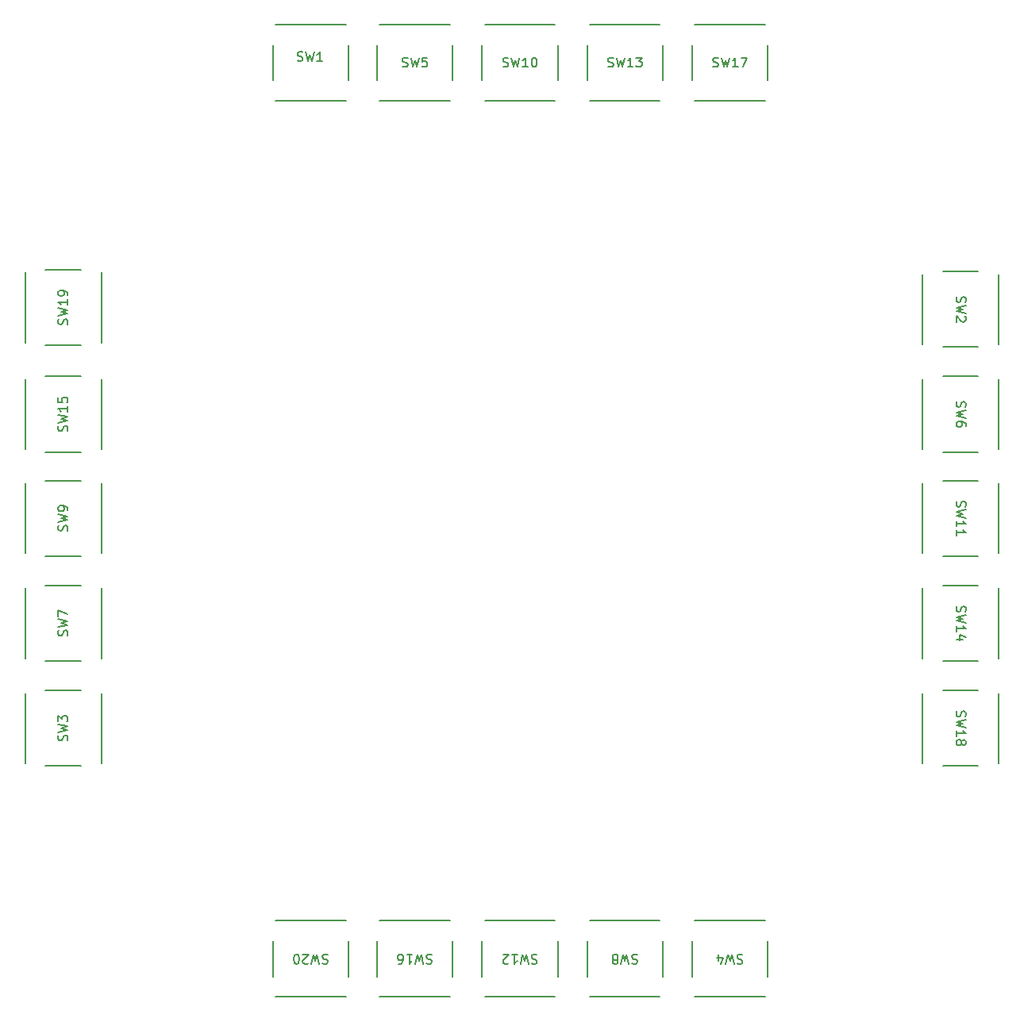
<source format=gbr>
%TF.GenerationSoftware,KiCad,Pcbnew,8.0.8*%
%TF.CreationDate,2025-05-19T18:04:48-07:00*%
%TF.ProjectId,ddi,6464692e-6b69-4636-9164-5f7063625858,rev?*%
%TF.SameCoordinates,Original*%
%TF.FileFunction,Legend,Top*%
%TF.FilePolarity,Positive*%
%FSLAX46Y46*%
G04 Gerber Fmt 4.6, Leading zero omitted, Abs format (unit mm)*
G04 Created by KiCad (PCBNEW 8.0.8) date 2025-05-19 18:04:48*
%MOMM*%
%LPD*%
G01*
G04 APERTURE LIST*
%ADD10C,0.150000*%
%ADD11C,0.152400*%
G04 APERTURE END LIST*
D10*
X173490476Y-66107199D02*
X173633333Y-66154818D01*
X173633333Y-66154818D02*
X173871428Y-66154818D01*
X173871428Y-66154818D02*
X173966666Y-66107199D01*
X173966666Y-66107199D02*
X174014285Y-66059579D01*
X174014285Y-66059579D02*
X174061904Y-65964341D01*
X174061904Y-65964341D02*
X174061904Y-65869103D01*
X174061904Y-65869103D02*
X174014285Y-65773865D01*
X174014285Y-65773865D02*
X173966666Y-65726246D01*
X173966666Y-65726246D02*
X173871428Y-65678627D01*
X173871428Y-65678627D02*
X173680952Y-65631008D01*
X173680952Y-65631008D02*
X173585714Y-65583389D01*
X173585714Y-65583389D02*
X173538095Y-65535770D01*
X173538095Y-65535770D02*
X173490476Y-65440532D01*
X173490476Y-65440532D02*
X173490476Y-65345294D01*
X173490476Y-65345294D02*
X173538095Y-65250056D01*
X173538095Y-65250056D02*
X173585714Y-65202437D01*
X173585714Y-65202437D02*
X173680952Y-65154818D01*
X173680952Y-65154818D02*
X173919047Y-65154818D01*
X173919047Y-65154818D02*
X174061904Y-65202437D01*
X174395238Y-65154818D02*
X174633333Y-66154818D01*
X174633333Y-66154818D02*
X174823809Y-65440532D01*
X174823809Y-65440532D02*
X175014285Y-66154818D01*
X175014285Y-66154818D02*
X175252381Y-65154818D01*
X176157142Y-66154818D02*
X175585714Y-66154818D01*
X175871428Y-66154818D02*
X175871428Y-65154818D01*
X175871428Y-65154818D02*
X175776190Y-65297675D01*
X175776190Y-65297675D02*
X175680952Y-65392913D01*
X175680952Y-65392913D02*
X175585714Y-65440532D01*
X176490476Y-65154818D02*
X177157142Y-65154818D01*
X177157142Y-65154818D02*
X176728571Y-66154818D01*
X129171166Y-65477148D02*
X129314023Y-65524767D01*
X129314023Y-65524767D02*
X129552118Y-65524767D01*
X129552118Y-65524767D02*
X129647356Y-65477148D01*
X129647356Y-65477148D02*
X129694975Y-65429528D01*
X129694975Y-65429528D02*
X129742594Y-65334290D01*
X129742594Y-65334290D02*
X129742594Y-65239052D01*
X129742594Y-65239052D02*
X129694975Y-65143814D01*
X129694975Y-65143814D02*
X129647356Y-65096195D01*
X129647356Y-65096195D02*
X129552118Y-65048576D01*
X129552118Y-65048576D02*
X129361642Y-65000957D01*
X129361642Y-65000957D02*
X129266404Y-64953338D01*
X129266404Y-64953338D02*
X129218785Y-64905719D01*
X129218785Y-64905719D02*
X129171166Y-64810481D01*
X129171166Y-64810481D02*
X129171166Y-64715243D01*
X129171166Y-64715243D02*
X129218785Y-64620005D01*
X129218785Y-64620005D02*
X129266404Y-64572386D01*
X129266404Y-64572386D02*
X129361642Y-64524767D01*
X129361642Y-64524767D02*
X129599737Y-64524767D01*
X129599737Y-64524767D02*
X129742594Y-64572386D01*
X130075928Y-64524767D02*
X130314023Y-65524767D01*
X130314023Y-65524767D02*
X130504499Y-64810481D01*
X130504499Y-64810481D02*
X130694975Y-65524767D01*
X130694975Y-65524767D02*
X130933071Y-64524767D01*
X131837832Y-65524767D02*
X131266404Y-65524767D01*
X131552118Y-65524767D02*
X131552118Y-64524767D01*
X131552118Y-64524767D02*
X131456880Y-64667624D01*
X131456880Y-64667624D02*
X131361642Y-64762862D01*
X131361642Y-64762862D02*
X131266404Y-64810481D01*
X199492801Y-112490476D02*
X199445181Y-112633333D01*
X199445181Y-112633333D02*
X199445181Y-112871428D01*
X199445181Y-112871428D02*
X199492801Y-112966666D01*
X199492801Y-112966666D02*
X199540420Y-113014285D01*
X199540420Y-113014285D02*
X199635658Y-113061904D01*
X199635658Y-113061904D02*
X199730896Y-113061904D01*
X199730896Y-113061904D02*
X199826134Y-113014285D01*
X199826134Y-113014285D02*
X199873753Y-112966666D01*
X199873753Y-112966666D02*
X199921372Y-112871428D01*
X199921372Y-112871428D02*
X199968991Y-112680952D01*
X199968991Y-112680952D02*
X200016610Y-112585714D01*
X200016610Y-112585714D02*
X200064229Y-112538095D01*
X200064229Y-112538095D02*
X200159467Y-112490476D01*
X200159467Y-112490476D02*
X200254705Y-112490476D01*
X200254705Y-112490476D02*
X200349943Y-112538095D01*
X200349943Y-112538095D02*
X200397562Y-112585714D01*
X200397562Y-112585714D02*
X200445181Y-112680952D01*
X200445181Y-112680952D02*
X200445181Y-112919047D01*
X200445181Y-112919047D02*
X200397562Y-113061904D01*
X200445181Y-113395238D02*
X199445181Y-113633333D01*
X199445181Y-113633333D02*
X200159467Y-113823809D01*
X200159467Y-113823809D02*
X199445181Y-114014285D01*
X199445181Y-114014285D02*
X200445181Y-114252381D01*
X199445181Y-115157142D02*
X199445181Y-114585714D01*
X199445181Y-114871428D02*
X200445181Y-114871428D01*
X200445181Y-114871428D02*
X200302324Y-114776190D01*
X200302324Y-114776190D02*
X200207086Y-114680952D01*
X200207086Y-114680952D02*
X200159467Y-114585714D01*
X199445181Y-116109523D02*
X199445181Y-115538095D01*
X199445181Y-115823809D02*
X200445181Y-115823809D01*
X200445181Y-115823809D02*
X200302324Y-115728571D01*
X200302324Y-115728571D02*
X200207086Y-115633333D01*
X200207086Y-115633333D02*
X200159467Y-115538095D01*
X104607199Y-105009522D02*
X104654818Y-104866665D01*
X104654818Y-104866665D02*
X104654818Y-104628570D01*
X104654818Y-104628570D02*
X104607199Y-104533332D01*
X104607199Y-104533332D02*
X104559579Y-104485713D01*
X104559579Y-104485713D02*
X104464341Y-104438094D01*
X104464341Y-104438094D02*
X104369103Y-104438094D01*
X104369103Y-104438094D02*
X104273865Y-104485713D01*
X104273865Y-104485713D02*
X104226246Y-104533332D01*
X104226246Y-104533332D02*
X104178627Y-104628570D01*
X104178627Y-104628570D02*
X104131008Y-104819046D01*
X104131008Y-104819046D02*
X104083389Y-104914284D01*
X104083389Y-104914284D02*
X104035770Y-104961903D01*
X104035770Y-104961903D02*
X103940532Y-105009522D01*
X103940532Y-105009522D02*
X103845294Y-105009522D01*
X103845294Y-105009522D02*
X103750056Y-104961903D01*
X103750056Y-104961903D02*
X103702437Y-104914284D01*
X103702437Y-104914284D02*
X103654818Y-104819046D01*
X103654818Y-104819046D02*
X103654818Y-104580951D01*
X103654818Y-104580951D02*
X103702437Y-104438094D01*
X103654818Y-104104760D02*
X104654818Y-103866665D01*
X104654818Y-103866665D02*
X103940532Y-103676189D01*
X103940532Y-103676189D02*
X104654818Y-103485713D01*
X104654818Y-103485713D02*
X103654818Y-103247618D01*
X104654818Y-102342856D02*
X104654818Y-102914284D01*
X104654818Y-102628570D02*
X103654818Y-102628570D01*
X103654818Y-102628570D02*
X103797675Y-102723808D01*
X103797675Y-102723808D02*
X103892913Y-102819046D01*
X103892913Y-102819046D02*
X103940532Y-102914284D01*
X103654818Y-101438094D02*
X103654818Y-101914284D01*
X103654818Y-101914284D02*
X104131008Y-101961903D01*
X104131008Y-101961903D02*
X104083389Y-101914284D01*
X104083389Y-101914284D02*
X104035770Y-101819046D01*
X104035770Y-101819046D02*
X104035770Y-101580951D01*
X104035770Y-101580951D02*
X104083389Y-101485713D01*
X104083389Y-101485713D02*
X104131008Y-101438094D01*
X104131008Y-101438094D02*
X104226246Y-101390475D01*
X104226246Y-101390475D02*
X104464341Y-101390475D01*
X104464341Y-101390475D02*
X104559579Y-101438094D01*
X104559579Y-101438094D02*
X104607199Y-101485713D01*
X104607199Y-101485713D02*
X104654818Y-101580951D01*
X104654818Y-101580951D02*
X104654818Y-101819046D01*
X104654818Y-101819046D02*
X104607199Y-101914284D01*
X104607199Y-101914284D02*
X104559579Y-101961903D01*
X165433331Y-160892801D02*
X165290474Y-160845181D01*
X165290474Y-160845181D02*
X165052379Y-160845181D01*
X165052379Y-160845181D02*
X164957141Y-160892801D01*
X164957141Y-160892801D02*
X164909522Y-160940420D01*
X164909522Y-160940420D02*
X164861903Y-161035658D01*
X164861903Y-161035658D02*
X164861903Y-161130896D01*
X164861903Y-161130896D02*
X164909522Y-161226134D01*
X164909522Y-161226134D02*
X164957141Y-161273753D01*
X164957141Y-161273753D02*
X165052379Y-161321372D01*
X165052379Y-161321372D02*
X165242855Y-161368991D01*
X165242855Y-161368991D02*
X165338093Y-161416610D01*
X165338093Y-161416610D02*
X165385712Y-161464229D01*
X165385712Y-161464229D02*
X165433331Y-161559467D01*
X165433331Y-161559467D02*
X165433331Y-161654705D01*
X165433331Y-161654705D02*
X165385712Y-161749943D01*
X165385712Y-161749943D02*
X165338093Y-161797562D01*
X165338093Y-161797562D02*
X165242855Y-161845181D01*
X165242855Y-161845181D02*
X165004760Y-161845181D01*
X165004760Y-161845181D02*
X164861903Y-161797562D01*
X164528569Y-161845181D02*
X164290474Y-160845181D01*
X164290474Y-160845181D02*
X164099998Y-161559467D01*
X164099998Y-161559467D02*
X163909522Y-160845181D01*
X163909522Y-160845181D02*
X163671427Y-161845181D01*
X163147617Y-161416610D02*
X163242855Y-161464229D01*
X163242855Y-161464229D02*
X163290474Y-161511848D01*
X163290474Y-161511848D02*
X163338093Y-161607086D01*
X163338093Y-161607086D02*
X163338093Y-161654705D01*
X163338093Y-161654705D02*
X163290474Y-161749943D01*
X163290474Y-161749943D02*
X163242855Y-161797562D01*
X163242855Y-161797562D02*
X163147617Y-161845181D01*
X163147617Y-161845181D02*
X162957141Y-161845181D01*
X162957141Y-161845181D02*
X162861903Y-161797562D01*
X162861903Y-161797562D02*
X162814284Y-161749943D01*
X162814284Y-161749943D02*
X162766665Y-161654705D01*
X162766665Y-161654705D02*
X162766665Y-161607086D01*
X162766665Y-161607086D02*
X162814284Y-161511848D01*
X162814284Y-161511848D02*
X162861903Y-161464229D01*
X162861903Y-161464229D02*
X162957141Y-161416610D01*
X162957141Y-161416610D02*
X163147617Y-161416610D01*
X163147617Y-161416610D02*
X163242855Y-161368991D01*
X163242855Y-161368991D02*
X163290474Y-161321372D01*
X163290474Y-161321372D02*
X163338093Y-161226134D01*
X163338093Y-161226134D02*
X163338093Y-161035658D01*
X163338093Y-161035658D02*
X163290474Y-160940420D01*
X163290474Y-160940420D02*
X163242855Y-160892801D01*
X163242855Y-160892801D02*
X163147617Y-160845181D01*
X163147617Y-160845181D02*
X162957141Y-160845181D01*
X162957141Y-160845181D02*
X162861903Y-160892801D01*
X162861903Y-160892801D02*
X162814284Y-160940420D01*
X162814284Y-160940420D02*
X162766665Y-161035658D01*
X162766665Y-161035658D02*
X162766665Y-161226134D01*
X162766665Y-161226134D02*
X162814284Y-161321372D01*
X162814284Y-161321372D02*
X162861903Y-161368991D01*
X162861903Y-161368991D02*
X162957141Y-161416610D01*
X154709522Y-160892801D02*
X154566665Y-160845181D01*
X154566665Y-160845181D02*
X154328570Y-160845181D01*
X154328570Y-160845181D02*
X154233332Y-160892801D01*
X154233332Y-160892801D02*
X154185713Y-160940420D01*
X154185713Y-160940420D02*
X154138094Y-161035658D01*
X154138094Y-161035658D02*
X154138094Y-161130896D01*
X154138094Y-161130896D02*
X154185713Y-161226134D01*
X154185713Y-161226134D02*
X154233332Y-161273753D01*
X154233332Y-161273753D02*
X154328570Y-161321372D01*
X154328570Y-161321372D02*
X154519046Y-161368991D01*
X154519046Y-161368991D02*
X154614284Y-161416610D01*
X154614284Y-161416610D02*
X154661903Y-161464229D01*
X154661903Y-161464229D02*
X154709522Y-161559467D01*
X154709522Y-161559467D02*
X154709522Y-161654705D01*
X154709522Y-161654705D02*
X154661903Y-161749943D01*
X154661903Y-161749943D02*
X154614284Y-161797562D01*
X154614284Y-161797562D02*
X154519046Y-161845181D01*
X154519046Y-161845181D02*
X154280951Y-161845181D01*
X154280951Y-161845181D02*
X154138094Y-161797562D01*
X153804760Y-161845181D02*
X153566665Y-160845181D01*
X153566665Y-160845181D02*
X153376189Y-161559467D01*
X153376189Y-161559467D02*
X153185713Y-160845181D01*
X153185713Y-160845181D02*
X152947618Y-161845181D01*
X152042856Y-160845181D02*
X152614284Y-160845181D01*
X152328570Y-160845181D02*
X152328570Y-161845181D01*
X152328570Y-161845181D02*
X152423808Y-161702324D01*
X152423808Y-161702324D02*
X152519046Y-161607086D01*
X152519046Y-161607086D02*
X152614284Y-161559467D01*
X151661903Y-161749943D02*
X151614284Y-161797562D01*
X151614284Y-161797562D02*
X151519046Y-161845181D01*
X151519046Y-161845181D02*
X151280951Y-161845181D01*
X151280951Y-161845181D02*
X151185713Y-161797562D01*
X151185713Y-161797562D02*
X151138094Y-161749943D01*
X151138094Y-161749943D02*
X151090475Y-161654705D01*
X151090475Y-161654705D02*
X151090475Y-161559467D01*
X151090475Y-161559467D02*
X151138094Y-161416610D01*
X151138094Y-161416610D02*
X151709522Y-160845181D01*
X151709522Y-160845181D02*
X151090475Y-160845181D01*
X199492801Y-123690476D02*
X199445181Y-123833333D01*
X199445181Y-123833333D02*
X199445181Y-124071428D01*
X199445181Y-124071428D02*
X199492801Y-124166666D01*
X199492801Y-124166666D02*
X199540420Y-124214285D01*
X199540420Y-124214285D02*
X199635658Y-124261904D01*
X199635658Y-124261904D02*
X199730896Y-124261904D01*
X199730896Y-124261904D02*
X199826134Y-124214285D01*
X199826134Y-124214285D02*
X199873753Y-124166666D01*
X199873753Y-124166666D02*
X199921372Y-124071428D01*
X199921372Y-124071428D02*
X199968991Y-123880952D01*
X199968991Y-123880952D02*
X200016610Y-123785714D01*
X200016610Y-123785714D02*
X200064229Y-123738095D01*
X200064229Y-123738095D02*
X200159467Y-123690476D01*
X200159467Y-123690476D02*
X200254705Y-123690476D01*
X200254705Y-123690476D02*
X200349943Y-123738095D01*
X200349943Y-123738095D02*
X200397562Y-123785714D01*
X200397562Y-123785714D02*
X200445181Y-123880952D01*
X200445181Y-123880952D02*
X200445181Y-124119047D01*
X200445181Y-124119047D02*
X200397562Y-124261904D01*
X200445181Y-124595238D02*
X199445181Y-124833333D01*
X199445181Y-124833333D02*
X200159467Y-125023809D01*
X200159467Y-125023809D02*
X199445181Y-125214285D01*
X199445181Y-125214285D02*
X200445181Y-125452381D01*
X199445181Y-126357142D02*
X199445181Y-125785714D01*
X199445181Y-126071428D02*
X200445181Y-126071428D01*
X200445181Y-126071428D02*
X200302324Y-125976190D01*
X200302324Y-125976190D02*
X200207086Y-125880952D01*
X200207086Y-125880952D02*
X200159467Y-125785714D01*
X200111848Y-127214285D02*
X199445181Y-127214285D01*
X200492801Y-126976190D02*
X199778515Y-126738095D01*
X199778515Y-126738095D02*
X199778515Y-127357142D01*
X151090476Y-66107199D02*
X151233333Y-66154818D01*
X151233333Y-66154818D02*
X151471428Y-66154818D01*
X151471428Y-66154818D02*
X151566666Y-66107199D01*
X151566666Y-66107199D02*
X151614285Y-66059579D01*
X151614285Y-66059579D02*
X151661904Y-65964341D01*
X151661904Y-65964341D02*
X151661904Y-65869103D01*
X151661904Y-65869103D02*
X151614285Y-65773865D01*
X151614285Y-65773865D02*
X151566666Y-65726246D01*
X151566666Y-65726246D02*
X151471428Y-65678627D01*
X151471428Y-65678627D02*
X151280952Y-65631008D01*
X151280952Y-65631008D02*
X151185714Y-65583389D01*
X151185714Y-65583389D02*
X151138095Y-65535770D01*
X151138095Y-65535770D02*
X151090476Y-65440532D01*
X151090476Y-65440532D02*
X151090476Y-65345294D01*
X151090476Y-65345294D02*
X151138095Y-65250056D01*
X151138095Y-65250056D02*
X151185714Y-65202437D01*
X151185714Y-65202437D02*
X151280952Y-65154818D01*
X151280952Y-65154818D02*
X151519047Y-65154818D01*
X151519047Y-65154818D02*
X151661904Y-65202437D01*
X151995238Y-65154818D02*
X152233333Y-66154818D01*
X152233333Y-66154818D02*
X152423809Y-65440532D01*
X152423809Y-65440532D02*
X152614285Y-66154818D01*
X152614285Y-66154818D02*
X152852381Y-65154818D01*
X153757142Y-66154818D02*
X153185714Y-66154818D01*
X153471428Y-66154818D02*
X153471428Y-65154818D01*
X153471428Y-65154818D02*
X153376190Y-65297675D01*
X153376190Y-65297675D02*
X153280952Y-65392913D01*
X153280952Y-65392913D02*
X153185714Y-65440532D01*
X154376190Y-65154818D02*
X154471428Y-65154818D01*
X154471428Y-65154818D02*
X154566666Y-65202437D01*
X154566666Y-65202437D02*
X154614285Y-65250056D01*
X154614285Y-65250056D02*
X154661904Y-65345294D01*
X154661904Y-65345294D02*
X154709523Y-65535770D01*
X154709523Y-65535770D02*
X154709523Y-65773865D01*
X154709523Y-65773865D02*
X154661904Y-65964341D01*
X154661904Y-65964341D02*
X154614285Y-66059579D01*
X154614285Y-66059579D02*
X154566666Y-66107199D01*
X154566666Y-66107199D02*
X154471428Y-66154818D01*
X154471428Y-66154818D02*
X154376190Y-66154818D01*
X154376190Y-66154818D02*
X154280952Y-66107199D01*
X154280952Y-66107199D02*
X154233333Y-66059579D01*
X154233333Y-66059579D02*
X154185714Y-65964341D01*
X154185714Y-65964341D02*
X154138095Y-65773865D01*
X154138095Y-65773865D02*
X154138095Y-65535770D01*
X154138095Y-65535770D02*
X154185714Y-65345294D01*
X154185714Y-65345294D02*
X154233333Y-65250056D01*
X154233333Y-65250056D02*
X154280952Y-65202437D01*
X154280952Y-65202437D02*
X154376190Y-65154818D01*
X199492801Y-101866667D02*
X199445181Y-102009524D01*
X199445181Y-102009524D02*
X199445181Y-102247619D01*
X199445181Y-102247619D02*
X199492801Y-102342857D01*
X199492801Y-102342857D02*
X199540420Y-102390476D01*
X199540420Y-102390476D02*
X199635658Y-102438095D01*
X199635658Y-102438095D02*
X199730896Y-102438095D01*
X199730896Y-102438095D02*
X199826134Y-102390476D01*
X199826134Y-102390476D02*
X199873753Y-102342857D01*
X199873753Y-102342857D02*
X199921372Y-102247619D01*
X199921372Y-102247619D02*
X199968991Y-102057143D01*
X199968991Y-102057143D02*
X200016610Y-101961905D01*
X200016610Y-101961905D02*
X200064229Y-101914286D01*
X200064229Y-101914286D02*
X200159467Y-101866667D01*
X200159467Y-101866667D02*
X200254705Y-101866667D01*
X200254705Y-101866667D02*
X200349943Y-101914286D01*
X200349943Y-101914286D02*
X200397562Y-101961905D01*
X200397562Y-101961905D02*
X200445181Y-102057143D01*
X200445181Y-102057143D02*
X200445181Y-102295238D01*
X200445181Y-102295238D02*
X200397562Y-102438095D01*
X200445181Y-102771429D02*
X199445181Y-103009524D01*
X199445181Y-103009524D02*
X200159467Y-103200000D01*
X200159467Y-103200000D02*
X199445181Y-103390476D01*
X199445181Y-103390476D02*
X200445181Y-103628572D01*
X200445181Y-104438095D02*
X200445181Y-104247619D01*
X200445181Y-104247619D02*
X200397562Y-104152381D01*
X200397562Y-104152381D02*
X200349943Y-104104762D01*
X200349943Y-104104762D02*
X200207086Y-104009524D01*
X200207086Y-104009524D02*
X200016610Y-103961905D01*
X200016610Y-103961905D02*
X199635658Y-103961905D01*
X199635658Y-103961905D02*
X199540420Y-104009524D01*
X199540420Y-104009524D02*
X199492801Y-104057143D01*
X199492801Y-104057143D02*
X199445181Y-104152381D01*
X199445181Y-104152381D02*
X199445181Y-104342857D01*
X199445181Y-104342857D02*
X199492801Y-104438095D01*
X199492801Y-104438095D02*
X199540420Y-104485714D01*
X199540420Y-104485714D02*
X199635658Y-104533333D01*
X199635658Y-104533333D02*
X199873753Y-104533333D01*
X199873753Y-104533333D02*
X199968991Y-104485714D01*
X199968991Y-104485714D02*
X200016610Y-104438095D01*
X200016610Y-104438095D02*
X200064229Y-104342857D01*
X200064229Y-104342857D02*
X200064229Y-104152381D01*
X200064229Y-104152381D02*
X200016610Y-104057143D01*
X200016610Y-104057143D02*
X199968991Y-104009524D01*
X199968991Y-104009524D02*
X199873753Y-103961905D01*
X140366667Y-66107199D02*
X140509524Y-66154818D01*
X140509524Y-66154818D02*
X140747619Y-66154818D01*
X140747619Y-66154818D02*
X140842857Y-66107199D01*
X140842857Y-66107199D02*
X140890476Y-66059579D01*
X140890476Y-66059579D02*
X140938095Y-65964341D01*
X140938095Y-65964341D02*
X140938095Y-65869103D01*
X140938095Y-65869103D02*
X140890476Y-65773865D01*
X140890476Y-65773865D02*
X140842857Y-65726246D01*
X140842857Y-65726246D02*
X140747619Y-65678627D01*
X140747619Y-65678627D02*
X140557143Y-65631008D01*
X140557143Y-65631008D02*
X140461905Y-65583389D01*
X140461905Y-65583389D02*
X140414286Y-65535770D01*
X140414286Y-65535770D02*
X140366667Y-65440532D01*
X140366667Y-65440532D02*
X140366667Y-65345294D01*
X140366667Y-65345294D02*
X140414286Y-65250056D01*
X140414286Y-65250056D02*
X140461905Y-65202437D01*
X140461905Y-65202437D02*
X140557143Y-65154818D01*
X140557143Y-65154818D02*
X140795238Y-65154818D01*
X140795238Y-65154818D02*
X140938095Y-65202437D01*
X141271429Y-65154818D02*
X141509524Y-66154818D01*
X141509524Y-66154818D02*
X141700000Y-65440532D01*
X141700000Y-65440532D02*
X141890476Y-66154818D01*
X141890476Y-66154818D02*
X142128572Y-65154818D01*
X142985714Y-65154818D02*
X142509524Y-65154818D01*
X142509524Y-65154818D02*
X142461905Y-65631008D01*
X142461905Y-65631008D02*
X142509524Y-65583389D01*
X142509524Y-65583389D02*
X142604762Y-65535770D01*
X142604762Y-65535770D02*
X142842857Y-65535770D01*
X142842857Y-65535770D02*
X142938095Y-65583389D01*
X142938095Y-65583389D02*
X142985714Y-65631008D01*
X142985714Y-65631008D02*
X143033333Y-65726246D01*
X143033333Y-65726246D02*
X143033333Y-65964341D01*
X143033333Y-65964341D02*
X142985714Y-66059579D01*
X142985714Y-66059579D02*
X142938095Y-66107199D01*
X142938095Y-66107199D02*
X142842857Y-66154818D01*
X142842857Y-66154818D02*
X142604762Y-66154818D01*
X142604762Y-66154818D02*
X142509524Y-66107199D01*
X142509524Y-66107199D02*
X142461905Y-66059579D01*
X199492801Y-90666667D02*
X199445181Y-90809524D01*
X199445181Y-90809524D02*
X199445181Y-91047619D01*
X199445181Y-91047619D02*
X199492801Y-91142857D01*
X199492801Y-91142857D02*
X199540420Y-91190476D01*
X199540420Y-91190476D02*
X199635658Y-91238095D01*
X199635658Y-91238095D02*
X199730896Y-91238095D01*
X199730896Y-91238095D02*
X199826134Y-91190476D01*
X199826134Y-91190476D02*
X199873753Y-91142857D01*
X199873753Y-91142857D02*
X199921372Y-91047619D01*
X199921372Y-91047619D02*
X199968991Y-90857143D01*
X199968991Y-90857143D02*
X200016610Y-90761905D01*
X200016610Y-90761905D02*
X200064229Y-90714286D01*
X200064229Y-90714286D02*
X200159467Y-90666667D01*
X200159467Y-90666667D02*
X200254705Y-90666667D01*
X200254705Y-90666667D02*
X200349943Y-90714286D01*
X200349943Y-90714286D02*
X200397562Y-90761905D01*
X200397562Y-90761905D02*
X200445181Y-90857143D01*
X200445181Y-90857143D02*
X200445181Y-91095238D01*
X200445181Y-91095238D02*
X200397562Y-91238095D01*
X200445181Y-91571429D02*
X199445181Y-91809524D01*
X199445181Y-91809524D02*
X200159467Y-92000000D01*
X200159467Y-92000000D02*
X199445181Y-92190476D01*
X199445181Y-92190476D02*
X200445181Y-92428572D01*
X200349943Y-92761905D02*
X200397562Y-92809524D01*
X200397562Y-92809524D02*
X200445181Y-92904762D01*
X200445181Y-92904762D02*
X200445181Y-93142857D01*
X200445181Y-93142857D02*
X200397562Y-93238095D01*
X200397562Y-93238095D02*
X200349943Y-93285714D01*
X200349943Y-93285714D02*
X200254705Y-93333333D01*
X200254705Y-93333333D02*
X200159467Y-93333333D01*
X200159467Y-93333333D02*
X200016610Y-93285714D01*
X200016610Y-93285714D02*
X199445181Y-92714286D01*
X199445181Y-92714286D02*
X199445181Y-93333333D01*
X104607199Y-115633332D02*
X104654818Y-115490475D01*
X104654818Y-115490475D02*
X104654818Y-115252380D01*
X104654818Y-115252380D02*
X104607199Y-115157142D01*
X104607199Y-115157142D02*
X104559579Y-115109523D01*
X104559579Y-115109523D02*
X104464341Y-115061904D01*
X104464341Y-115061904D02*
X104369103Y-115061904D01*
X104369103Y-115061904D02*
X104273865Y-115109523D01*
X104273865Y-115109523D02*
X104226246Y-115157142D01*
X104226246Y-115157142D02*
X104178627Y-115252380D01*
X104178627Y-115252380D02*
X104131008Y-115442856D01*
X104131008Y-115442856D02*
X104083389Y-115538094D01*
X104083389Y-115538094D02*
X104035770Y-115585713D01*
X104035770Y-115585713D02*
X103940532Y-115633332D01*
X103940532Y-115633332D02*
X103845294Y-115633332D01*
X103845294Y-115633332D02*
X103750056Y-115585713D01*
X103750056Y-115585713D02*
X103702437Y-115538094D01*
X103702437Y-115538094D02*
X103654818Y-115442856D01*
X103654818Y-115442856D02*
X103654818Y-115204761D01*
X103654818Y-115204761D02*
X103702437Y-115061904D01*
X103654818Y-114728570D02*
X104654818Y-114490475D01*
X104654818Y-114490475D02*
X103940532Y-114299999D01*
X103940532Y-114299999D02*
X104654818Y-114109523D01*
X104654818Y-114109523D02*
X103654818Y-113871428D01*
X104654818Y-113442856D02*
X104654818Y-113252380D01*
X104654818Y-113252380D02*
X104607199Y-113157142D01*
X104607199Y-113157142D02*
X104559579Y-113109523D01*
X104559579Y-113109523D02*
X104416722Y-113014285D01*
X104416722Y-113014285D02*
X104226246Y-112966666D01*
X104226246Y-112966666D02*
X103845294Y-112966666D01*
X103845294Y-112966666D02*
X103750056Y-113014285D01*
X103750056Y-113014285D02*
X103702437Y-113061904D01*
X103702437Y-113061904D02*
X103654818Y-113157142D01*
X103654818Y-113157142D02*
X103654818Y-113347618D01*
X103654818Y-113347618D02*
X103702437Y-113442856D01*
X103702437Y-113442856D02*
X103750056Y-113490475D01*
X103750056Y-113490475D02*
X103845294Y-113538094D01*
X103845294Y-113538094D02*
X104083389Y-113538094D01*
X104083389Y-113538094D02*
X104178627Y-113490475D01*
X104178627Y-113490475D02*
X104226246Y-113442856D01*
X104226246Y-113442856D02*
X104273865Y-113347618D01*
X104273865Y-113347618D02*
X104273865Y-113157142D01*
X104273865Y-113157142D02*
X104226246Y-113061904D01*
X104226246Y-113061904D02*
X104178627Y-113014285D01*
X104178627Y-113014285D02*
X104083389Y-112966666D01*
X143509522Y-160892801D02*
X143366665Y-160845181D01*
X143366665Y-160845181D02*
X143128570Y-160845181D01*
X143128570Y-160845181D02*
X143033332Y-160892801D01*
X143033332Y-160892801D02*
X142985713Y-160940420D01*
X142985713Y-160940420D02*
X142938094Y-161035658D01*
X142938094Y-161035658D02*
X142938094Y-161130896D01*
X142938094Y-161130896D02*
X142985713Y-161226134D01*
X142985713Y-161226134D02*
X143033332Y-161273753D01*
X143033332Y-161273753D02*
X143128570Y-161321372D01*
X143128570Y-161321372D02*
X143319046Y-161368991D01*
X143319046Y-161368991D02*
X143414284Y-161416610D01*
X143414284Y-161416610D02*
X143461903Y-161464229D01*
X143461903Y-161464229D02*
X143509522Y-161559467D01*
X143509522Y-161559467D02*
X143509522Y-161654705D01*
X143509522Y-161654705D02*
X143461903Y-161749943D01*
X143461903Y-161749943D02*
X143414284Y-161797562D01*
X143414284Y-161797562D02*
X143319046Y-161845181D01*
X143319046Y-161845181D02*
X143080951Y-161845181D01*
X143080951Y-161845181D02*
X142938094Y-161797562D01*
X142604760Y-161845181D02*
X142366665Y-160845181D01*
X142366665Y-160845181D02*
X142176189Y-161559467D01*
X142176189Y-161559467D02*
X141985713Y-160845181D01*
X141985713Y-160845181D02*
X141747618Y-161845181D01*
X140842856Y-160845181D02*
X141414284Y-160845181D01*
X141128570Y-160845181D02*
X141128570Y-161845181D01*
X141128570Y-161845181D02*
X141223808Y-161702324D01*
X141223808Y-161702324D02*
X141319046Y-161607086D01*
X141319046Y-161607086D02*
X141414284Y-161559467D01*
X139985713Y-161845181D02*
X140176189Y-161845181D01*
X140176189Y-161845181D02*
X140271427Y-161797562D01*
X140271427Y-161797562D02*
X140319046Y-161749943D01*
X140319046Y-161749943D02*
X140414284Y-161607086D01*
X140414284Y-161607086D02*
X140461903Y-161416610D01*
X140461903Y-161416610D02*
X140461903Y-161035658D01*
X140461903Y-161035658D02*
X140414284Y-160940420D01*
X140414284Y-160940420D02*
X140366665Y-160892801D01*
X140366665Y-160892801D02*
X140271427Y-160845181D01*
X140271427Y-160845181D02*
X140080951Y-160845181D01*
X140080951Y-160845181D02*
X139985713Y-160892801D01*
X139985713Y-160892801D02*
X139938094Y-160940420D01*
X139938094Y-160940420D02*
X139890475Y-161035658D01*
X139890475Y-161035658D02*
X139890475Y-161273753D01*
X139890475Y-161273753D02*
X139938094Y-161368991D01*
X139938094Y-161368991D02*
X139985713Y-161416610D01*
X139985713Y-161416610D02*
X140080951Y-161464229D01*
X140080951Y-161464229D02*
X140271427Y-161464229D01*
X140271427Y-161464229D02*
X140366665Y-161416610D01*
X140366665Y-161416610D02*
X140414284Y-161368991D01*
X140414284Y-161368991D02*
X140461903Y-161273753D01*
X104607199Y-126833331D02*
X104654818Y-126690474D01*
X104654818Y-126690474D02*
X104654818Y-126452379D01*
X104654818Y-126452379D02*
X104607199Y-126357141D01*
X104607199Y-126357141D02*
X104559579Y-126309522D01*
X104559579Y-126309522D02*
X104464341Y-126261903D01*
X104464341Y-126261903D02*
X104369103Y-126261903D01*
X104369103Y-126261903D02*
X104273865Y-126309522D01*
X104273865Y-126309522D02*
X104226246Y-126357141D01*
X104226246Y-126357141D02*
X104178627Y-126452379D01*
X104178627Y-126452379D02*
X104131008Y-126642855D01*
X104131008Y-126642855D02*
X104083389Y-126738093D01*
X104083389Y-126738093D02*
X104035770Y-126785712D01*
X104035770Y-126785712D02*
X103940532Y-126833331D01*
X103940532Y-126833331D02*
X103845294Y-126833331D01*
X103845294Y-126833331D02*
X103750056Y-126785712D01*
X103750056Y-126785712D02*
X103702437Y-126738093D01*
X103702437Y-126738093D02*
X103654818Y-126642855D01*
X103654818Y-126642855D02*
X103654818Y-126404760D01*
X103654818Y-126404760D02*
X103702437Y-126261903D01*
X103654818Y-125928569D02*
X104654818Y-125690474D01*
X104654818Y-125690474D02*
X103940532Y-125499998D01*
X103940532Y-125499998D02*
X104654818Y-125309522D01*
X104654818Y-125309522D02*
X103654818Y-125071427D01*
X103654818Y-124785712D02*
X103654818Y-124119046D01*
X103654818Y-124119046D02*
X104654818Y-124547617D01*
X162290476Y-66107199D02*
X162433333Y-66154818D01*
X162433333Y-66154818D02*
X162671428Y-66154818D01*
X162671428Y-66154818D02*
X162766666Y-66107199D01*
X162766666Y-66107199D02*
X162814285Y-66059579D01*
X162814285Y-66059579D02*
X162861904Y-65964341D01*
X162861904Y-65964341D02*
X162861904Y-65869103D01*
X162861904Y-65869103D02*
X162814285Y-65773865D01*
X162814285Y-65773865D02*
X162766666Y-65726246D01*
X162766666Y-65726246D02*
X162671428Y-65678627D01*
X162671428Y-65678627D02*
X162480952Y-65631008D01*
X162480952Y-65631008D02*
X162385714Y-65583389D01*
X162385714Y-65583389D02*
X162338095Y-65535770D01*
X162338095Y-65535770D02*
X162290476Y-65440532D01*
X162290476Y-65440532D02*
X162290476Y-65345294D01*
X162290476Y-65345294D02*
X162338095Y-65250056D01*
X162338095Y-65250056D02*
X162385714Y-65202437D01*
X162385714Y-65202437D02*
X162480952Y-65154818D01*
X162480952Y-65154818D02*
X162719047Y-65154818D01*
X162719047Y-65154818D02*
X162861904Y-65202437D01*
X163195238Y-65154818D02*
X163433333Y-66154818D01*
X163433333Y-66154818D02*
X163623809Y-65440532D01*
X163623809Y-65440532D02*
X163814285Y-66154818D01*
X163814285Y-66154818D02*
X164052381Y-65154818D01*
X164957142Y-66154818D02*
X164385714Y-66154818D01*
X164671428Y-66154818D02*
X164671428Y-65154818D01*
X164671428Y-65154818D02*
X164576190Y-65297675D01*
X164576190Y-65297675D02*
X164480952Y-65392913D01*
X164480952Y-65392913D02*
X164385714Y-65440532D01*
X165290476Y-65154818D02*
X165909523Y-65154818D01*
X165909523Y-65154818D02*
X165576190Y-65535770D01*
X165576190Y-65535770D02*
X165719047Y-65535770D01*
X165719047Y-65535770D02*
X165814285Y-65583389D01*
X165814285Y-65583389D02*
X165861904Y-65631008D01*
X165861904Y-65631008D02*
X165909523Y-65726246D01*
X165909523Y-65726246D02*
X165909523Y-65964341D01*
X165909523Y-65964341D02*
X165861904Y-66059579D01*
X165861904Y-66059579D02*
X165814285Y-66107199D01*
X165814285Y-66107199D02*
X165719047Y-66154818D01*
X165719047Y-66154818D02*
X165433333Y-66154818D01*
X165433333Y-66154818D02*
X165338095Y-66107199D01*
X165338095Y-66107199D02*
X165290476Y-66059579D01*
X132409522Y-160892801D02*
X132266665Y-160845181D01*
X132266665Y-160845181D02*
X132028570Y-160845181D01*
X132028570Y-160845181D02*
X131933332Y-160892801D01*
X131933332Y-160892801D02*
X131885713Y-160940420D01*
X131885713Y-160940420D02*
X131838094Y-161035658D01*
X131838094Y-161035658D02*
X131838094Y-161130896D01*
X131838094Y-161130896D02*
X131885713Y-161226134D01*
X131885713Y-161226134D02*
X131933332Y-161273753D01*
X131933332Y-161273753D02*
X132028570Y-161321372D01*
X132028570Y-161321372D02*
X132219046Y-161368991D01*
X132219046Y-161368991D02*
X132314284Y-161416610D01*
X132314284Y-161416610D02*
X132361903Y-161464229D01*
X132361903Y-161464229D02*
X132409522Y-161559467D01*
X132409522Y-161559467D02*
X132409522Y-161654705D01*
X132409522Y-161654705D02*
X132361903Y-161749943D01*
X132361903Y-161749943D02*
X132314284Y-161797562D01*
X132314284Y-161797562D02*
X132219046Y-161845181D01*
X132219046Y-161845181D02*
X131980951Y-161845181D01*
X131980951Y-161845181D02*
X131838094Y-161797562D01*
X131504760Y-161845181D02*
X131266665Y-160845181D01*
X131266665Y-160845181D02*
X131076189Y-161559467D01*
X131076189Y-161559467D02*
X130885713Y-160845181D01*
X130885713Y-160845181D02*
X130647618Y-161845181D01*
X130314284Y-161749943D02*
X130266665Y-161797562D01*
X130266665Y-161797562D02*
X130171427Y-161845181D01*
X130171427Y-161845181D02*
X129933332Y-161845181D01*
X129933332Y-161845181D02*
X129838094Y-161797562D01*
X129838094Y-161797562D02*
X129790475Y-161749943D01*
X129790475Y-161749943D02*
X129742856Y-161654705D01*
X129742856Y-161654705D02*
X129742856Y-161559467D01*
X129742856Y-161559467D02*
X129790475Y-161416610D01*
X129790475Y-161416610D02*
X130361903Y-160845181D01*
X130361903Y-160845181D02*
X129742856Y-160845181D01*
X129123808Y-161845181D02*
X129028570Y-161845181D01*
X129028570Y-161845181D02*
X128933332Y-161797562D01*
X128933332Y-161797562D02*
X128885713Y-161749943D01*
X128885713Y-161749943D02*
X128838094Y-161654705D01*
X128838094Y-161654705D02*
X128790475Y-161464229D01*
X128790475Y-161464229D02*
X128790475Y-161226134D01*
X128790475Y-161226134D02*
X128838094Y-161035658D01*
X128838094Y-161035658D02*
X128885713Y-160940420D01*
X128885713Y-160940420D02*
X128933332Y-160892801D01*
X128933332Y-160892801D02*
X129028570Y-160845181D01*
X129028570Y-160845181D02*
X129123808Y-160845181D01*
X129123808Y-160845181D02*
X129219046Y-160892801D01*
X129219046Y-160892801D02*
X129266665Y-160940420D01*
X129266665Y-160940420D02*
X129314284Y-161035658D01*
X129314284Y-161035658D02*
X129361903Y-161226134D01*
X129361903Y-161226134D02*
X129361903Y-161464229D01*
X129361903Y-161464229D02*
X129314284Y-161654705D01*
X129314284Y-161654705D02*
X129266665Y-161749943D01*
X129266665Y-161749943D02*
X129219046Y-161797562D01*
X129219046Y-161797562D02*
X129123808Y-161845181D01*
X199492801Y-134890476D02*
X199445181Y-135033333D01*
X199445181Y-135033333D02*
X199445181Y-135271428D01*
X199445181Y-135271428D02*
X199492801Y-135366666D01*
X199492801Y-135366666D02*
X199540420Y-135414285D01*
X199540420Y-135414285D02*
X199635658Y-135461904D01*
X199635658Y-135461904D02*
X199730896Y-135461904D01*
X199730896Y-135461904D02*
X199826134Y-135414285D01*
X199826134Y-135414285D02*
X199873753Y-135366666D01*
X199873753Y-135366666D02*
X199921372Y-135271428D01*
X199921372Y-135271428D02*
X199968991Y-135080952D01*
X199968991Y-135080952D02*
X200016610Y-134985714D01*
X200016610Y-134985714D02*
X200064229Y-134938095D01*
X200064229Y-134938095D02*
X200159467Y-134890476D01*
X200159467Y-134890476D02*
X200254705Y-134890476D01*
X200254705Y-134890476D02*
X200349943Y-134938095D01*
X200349943Y-134938095D02*
X200397562Y-134985714D01*
X200397562Y-134985714D02*
X200445181Y-135080952D01*
X200445181Y-135080952D02*
X200445181Y-135319047D01*
X200445181Y-135319047D02*
X200397562Y-135461904D01*
X200445181Y-135795238D02*
X199445181Y-136033333D01*
X199445181Y-136033333D02*
X200159467Y-136223809D01*
X200159467Y-136223809D02*
X199445181Y-136414285D01*
X199445181Y-136414285D02*
X200445181Y-136652381D01*
X199445181Y-137557142D02*
X199445181Y-136985714D01*
X199445181Y-137271428D02*
X200445181Y-137271428D01*
X200445181Y-137271428D02*
X200302324Y-137176190D01*
X200302324Y-137176190D02*
X200207086Y-137080952D01*
X200207086Y-137080952D02*
X200159467Y-136985714D01*
X200016610Y-138128571D02*
X200064229Y-138033333D01*
X200064229Y-138033333D02*
X200111848Y-137985714D01*
X200111848Y-137985714D02*
X200207086Y-137938095D01*
X200207086Y-137938095D02*
X200254705Y-137938095D01*
X200254705Y-137938095D02*
X200349943Y-137985714D01*
X200349943Y-137985714D02*
X200397562Y-138033333D01*
X200397562Y-138033333D02*
X200445181Y-138128571D01*
X200445181Y-138128571D02*
X200445181Y-138319047D01*
X200445181Y-138319047D02*
X200397562Y-138414285D01*
X200397562Y-138414285D02*
X200349943Y-138461904D01*
X200349943Y-138461904D02*
X200254705Y-138509523D01*
X200254705Y-138509523D02*
X200207086Y-138509523D01*
X200207086Y-138509523D02*
X200111848Y-138461904D01*
X200111848Y-138461904D02*
X200064229Y-138414285D01*
X200064229Y-138414285D02*
X200016610Y-138319047D01*
X200016610Y-138319047D02*
X200016610Y-138128571D01*
X200016610Y-138128571D02*
X199968991Y-138033333D01*
X199968991Y-138033333D02*
X199921372Y-137985714D01*
X199921372Y-137985714D02*
X199826134Y-137938095D01*
X199826134Y-137938095D02*
X199635658Y-137938095D01*
X199635658Y-137938095D02*
X199540420Y-137985714D01*
X199540420Y-137985714D02*
X199492801Y-138033333D01*
X199492801Y-138033333D02*
X199445181Y-138128571D01*
X199445181Y-138128571D02*
X199445181Y-138319047D01*
X199445181Y-138319047D02*
X199492801Y-138414285D01*
X199492801Y-138414285D02*
X199540420Y-138461904D01*
X199540420Y-138461904D02*
X199635658Y-138509523D01*
X199635658Y-138509523D02*
X199826134Y-138509523D01*
X199826134Y-138509523D02*
X199921372Y-138461904D01*
X199921372Y-138461904D02*
X199968991Y-138414285D01*
X199968991Y-138414285D02*
X200016610Y-138319047D01*
X176633331Y-160892801D02*
X176490474Y-160845181D01*
X176490474Y-160845181D02*
X176252379Y-160845181D01*
X176252379Y-160845181D02*
X176157141Y-160892801D01*
X176157141Y-160892801D02*
X176109522Y-160940420D01*
X176109522Y-160940420D02*
X176061903Y-161035658D01*
X176061903Y-161035658D02*
X176061903Y-161130896D01*
X176061903Y-161130896D02*
X176109522Y-161226134D01*
X176109522Y-161226134D02*
X176157141Y-161273753D01*
X176157141Y-161273753D02*
X176252379Y-161321372D01*
X176252379Y-161321372D02*
X176442855Y-161368991D01*
X176442855Y-161368991D02*
X176538093Y-161416610D01*
X176538093Y-161416610D02*
X176585712Y-161464229D01*
X176585712Y-161464229D02*
X176633331Y-161559467D01*
X176633331Y-161559467D02*
X176633331Y-161654705D01*
X176633331Y-161654705D02*
X176585712Y-161749943D01*
X176585712Y-161749943D02*
X176538093Y-161797562D01*
X176538093Y-161797562D02*
X176442855Y-161845181D01*
X176442855Y-161845181D02*
X176204760Y-161845181D01*
X176204760Y-161845181D02*
X176061903Y-161797562D01*
X175728569Y-161845181D02*
X175490474Y-160845181D01*
X175490474Y-160845181D02*
X175299998Y-161559467D01*
X175299998Y-161559467D02*
X175109522Y-160845181D01*
X175109522Y-160845181D02*
X174871427Y-161845181D01*
X174061903Y-161511848D02*
X174061903Y-160845181D01*
X174299998Y-161892801D02*
X174538093Y-161178515D01*
X174538093Y-161178515D02*
X173919046Y-161178515D01*
X104607199Y-93609522D02*
X104654818Y-93466665D01*
X104654818Y-93466665D02*
X104654818Y-93228570D01*
X104654818Y-93228570D02*
X104607199Y-93133332D01*
X104607199Y-93133332D02*
X104559579Y-93085713D01*
X104559579Y-93085713D02*
X104464341Y-93038094D01*
X104464341Y-93038094D02*
X104369103Y-93038094D01*
X104369103Y-93038094D02*
X104273865Y-93085713D01*
X104273865Y-93085713D02*
X104226246Y-93133332D01*
X104226246Y-93133332D02*
X104178627Y-93228570D01*
X104178627Y-93228570D02*
X104131008Y-93419046D01*
X104131008Y-93419046D02*
X104083389Y-93514284D01*
X104083389Y-93514284D02*
X104035770Y-93561903D01*
X104035770Y-93561903D02*
X103940532Y-93609522D01*
X103940532Y-93609522D02*
X103845294Y-93609522D01*
X103845294Y-93609522D02*
X103750056Y-93561903D01*
X103750056Y-93561903D02*
X103702437Y-93514284D01*
X103702437Y-93514284D02*
X103654818Y-93419046D01*
X103654818Y-93419046D02*
X103654818Y-93180951D01*
X103654818Y-93180951D02*
X103702437Y-93038094D01*
X103654818Y-92704760D02*
X104654818Y-92466665D01*
X104654818Y-92466665D02*
X103940532Y-92276189D01*
X103940532Y-92276189D02*
X104654818Y-92085713D01*
X104654818Y-92085713D02*
X103654818Y-91847618D01*
X104654818Y-90942856D02*
X104654818Y-91514284D01*
X104654818Y-91228570D02*
X103654818Y-91228570D01*
X103654818Y-91228570D02*
X103797675Y-91323808D01*
X103797675Y-91323808D02*
X103892913Y-91419046D01*
X103892913Y-91419046D02*
X103940532Y-91514284D01*
X104654818Y-90466665D02*
X104654818Y-90276189D01*
X104654818Y-90276189D02*
X104607199Y-90180951D01*
X104607199Y-90180951D02*
X104559579Y-90133332D01*
X104559579Y-90133332D02*
X104416722Y-90038094D01*
X104416722Y-90038094D02*
X104226246Y-89990475D01*
X104226246Y-89990475D02*
X103845294Y-89990475D01*
X103845294Y-89990475D02*
X103750056Y-90038094D01*
X103750056Y-90038094D02*
X103702437Y-90085713D01*
X103702437Y-90085713D02*
X103654818Y-90180951D01*
X103654818Y-90180951D02*
X103654818Y-90371427D01*
X103654818Y-90371427D02*
X103702437Y-90466665D01*
X103702437Y-90466665D02*
X103750056Y-90514284D01*
X103750056Y-90514284D02*
X103845294Y-90561903D01*
X103845294Y-90561903D02*
X104083389Y-90561903D01*
X104083389Y-90561903D02*
X104178627Y-90514284D01*
X104178627Y-90514284D02*
X104226246Y-90466665D01*
X104226246Y-90466665D02*
X104273865Y-90371427D01*
X104273865Y-90371427D02*
X104273865Y-90180951D01*
X104273865Y-90180951D02*
X104226246Y-90085713D01*
X104226246Y-90085713D02*
X104178627Y-90038094D01*
X104178627Y-90038094D02*
X104083389Y-89990475D01*
X104607199Y-138033331D02*
X104654818Y-137890474D01*
X104654818Y-137890474D02*
X104654818Y-137652379D01*
X104654818Y-137652379D02*
X104607199Y-137557141D01*
X104607199Y-137557141D02*
X104559579Y-137509522D01*
X104559579Y-137509522D02*
X104464341Y-137461903D01*
X104464341Y-137461903D02*
X104369103Y-137461903D01*
X104369103Y-137461903D02*
X104273865Y-137509522D01*
X104273865Y-137509522D02*
X104226246Y-137557141D01*
X104226246Y-137557141D02*
X104178627Y-137652379D01*
X104178627Y-137652379D02*
X104131008Y-137842855D01*
X104131008Y-137842855D02*
X104083389Y-137938093D01*
X104083389Y-137938093D02*
X104035770Y-137985712D01*
X104035770Y-137985712D02*
X103940532Y-138033331D01*
X103940532Y-138033331D02*
X103845294Y-138033331D01*
X103845294Y-138033331D02*
X103750056Y-137985712D01*
X103750056Y-137985712D02*
X103702437Y-137938093D01*
X103702437Y-137938093D02*
X103654818Y-137842855D01*
X103654818Y-137842855D02*
X103654818Y-137604760D01*
X103654818Y-137604760D02*
X103702437Y-137461903D01*
X103654818Y-137128569D02*
X104654818Y-136890474D01*
X104654818Y-136890474D02*
X103940532Y-136699998D01*
X103940532Y-136699998D02*
X104654818Y-136509522D01*
X104654818Y-136509522D02*
X103654818Y-136271427D01*
X103654818Y-135985712D02*
X103654818Y-135366665D01*
X103654818Y-135366665D02*
X104035770Y-135699998D01*
X104035770Y-135699998D02*
X104035770Y-135557141D01*
X104035770Y-135557141D02*
X104083389Y-135461903D01*
X104083389Y-135461903D02*
X104131008Y-135414284D01*
X104131008Y-135414284D02*
X104226246Y-135366665D01*
X104226246Y-135366665D02*
X104464341Y-135366665D01*
X104464341Y-135366665D02*
X104559579Y-135414284D01*
X104559579Y-135414284D02*
X104607199Y-135461903D01*
X104607199Y-135461903D02*
X104654818Y-135557141D01*
X104654818Y-135557141D02*
X104654818Y-135842855D01*
X104654818Y-135842855D02*
X104607199Y-135938093D01*
X104607199Y-135938093D02*
X104559579Y-135985712D01*
D11*
%TO.C,SW17*%
X171274100Y-63807134D02*
X171274100Y-67592863D01*
X171559122Y-69776699D02*
X179040878Y-69776699D01*
X179040878Y-61623299D02*
X171559122Y-61623299D01*
X179325900Y-67592863D02*
X179325900Y-63807134D01*
%TO.C,SW1*%
X126574100Y-63807134D02*
X126574100Y-67592863D01*
X126859122Y-69776699D02*
X134340878Y-69776699D01*
X134340878Y-61623299D02*
X126859122Y-61623299D01*
X134625900Y-67592863D02*
X134625900Y-63807134D01*
%TO.C,SW11*%
X195823301Y-110559122D02*
X195823301Y-118040878D01*
X198007137Y-118325900D02*
X201792866Y-118325900D01*
X201792866Y-110274100D02*
X198007137Y-110274100D01*
X203976701Y-118040878D02*
X203976701Y-110559122D01*
%TO.C,SW15*%
X100123299Y-99459121D02*
X100123299Y-106940877D01*
X102307134Y-107225899D02*
X106092863Y-107225899D01*
X106092863Y-99174099D02*
X102307134Y-99174099D01*
X108276699Y-106940877D02*
X108276699Y-99459121D01*
%TO.C,SW8*%
X160074099Y-159407137D02*
X160074099Y-163192866D01*
X160359121Y-165376701D02*
X167840877Y-165376701D01*
X167840877Y-157223301D02*
X160359121Y-157223301D01*
X168125899Y-163192866D02*
X168125899Y-159407137D01*
%TO.C,SW12*%
X148874099Y-159407137D02*
X148874099Y-163192866D01*
X149159121Y-165376701D02*
X156640877Y-165376701D01*
X156640877Y-157223301D02*
X149159121Y-157223301D01*
X156925899Y-163192866D02*
X156925899Y-159407137D01*
%TO.C,SW14*%
X195823301Y-121759122D02*
X195823301Y-129240878D01*
X198007137Y-129525900D02*
X201792866Y-129525900D01*
X201792866Y-121474100D02*
X198007137Y-121474100D01*
X203976701Y-129240878D02*
X203976701Y-121759122D01*
%TO.C,SW10*%
X148874100Y-63807134D02*
X148874100Y-67592863D01*
X149159122Y-69776699D02*
X156640878Y-69776699D01*
X156640878Y-61623299D02*
X149159122Y-61623299D01*
X156925900Y-67592863D02*
X156925900Y-63807134D01*
%TO.C,SW6*%
X195823301Y-99459122D02*
X195823301Y-106940878D01*
X198007137Y-107225900D02*
X201792866Y-107225900D01*
X201792866Y-99174100D02*
X198007137Y-99174100D01*
X203976701Y-106940878D02*
X203976701Y-99459122D01*
%TO.C,SW5*%
X137674100Y-63807134D02*
X137674100Y-67592863D01*
X137959122Y-69776699D02*
X145440878Y-69776699D01*
X145440878Y-61623299D02*
X137959122Y-61623299D01*
X145725900Y-67592863D02*
X145725900Y-63807134D01*
%TO.C,SW2*%
X195823301Y-88259122D02*
X195823301Y-95740878D01*
X198007137Y-96025900D02*
X201792866Y-96025900D01*
X201792866Y-87974100D02*
X198007137Y-87974100D01*
X203976701Y-95740878D02*
X203976701Y-88259122D01*
%TO.C,SW9*%
X100123299Y-110559122D02*
X100123299Y-118040878D01*
X102307134Y-118325900D02*
X106092863Y-118325900D01*
X106092863Y-110274100D02*
X102307134Y-110274100D01*
X108276699Y-118040878D02*
X108276699Y-110559122D01*
%TO.C,SW16*%
X137674099Y-159407137D02*
X137674099Y-163192866D01*
X137959121Y-165376701D02*
X145440877Y-165376701D01*
X145440877Y-157223301D02*
X137959121Y-157223301D01*
X145725899Y-163192866D02*
X145725899Y-159407137D01*
%TO.C,SW7*%
X100123299Y-121759121D02*
X100123299Y-129240877D01*
X102307134Y-129525899D02*
X106092863Y-129525899D01*
X106092863Y-121474099D02*
X102307134Y-121474099D01*
X108276699Y-129240877D02*
X108276699Y-121759121D01*
%TO.C,SW13*%
X160074100Y-63807134D02*
X160074100Y-67592863D01*
X160359122Y-69776699D02*
X167840878Y-69776699D01*
X167840878Y-61623299D02*
X160359122Y-61623299D01*
X168125900Y-67592863D02*
X168125900Y-63807134D01*
%TO.C,SW20*%
X126574099Y-159407137D02*
X126574099Y-163192866D01*
X126859121Y-165376701D02*
X134340877Y-165376701D01*
X134340877Y-157223301D02*
X126859121Y-157223301D01*
X134625899Y-163192866D02*
X134625899Y-159407137D01*
%TO.C,SW18*%
X195823301Y-132959122D02*
X195823301Y-140440878D01*
X198007137Y-140725900D02*
X201792866Y-140725900D01*
X201792866Y-132674100D02*
X198007137Y-132674100D01*
X203976701Y-140440878D02*
X203976701Y-132959122D01*
%TO.C,SW4*%
X171274099Y-159407137D02*
X171274099Y-163192866D01*
X171559121Y-165376701D02*
X179040877Y-165376701D01*
X179040877Y-157223301D02*
X171559121Y-157223301D01*
X179325899Y-163192866D02*
X179325899Y-159407137D01*
%TO.C,SW19*%
X100123299Y-88059121D02*
X100123299Y-95540877D01*
X102307134Y-95825899D02*
X106092863Y-95825899D01*
X106092863Y-87774099D02*
X102307134Y-87774099D01*
X108276699Y-95540877D02*
X108276699Y-88059121D01*
%TO.C,SW3*%
X100123299Y-132959121D02*
X100123299Y-140440877D01*
X102307134Y-140725899D02*
X106092863Y-140725899D01*
X106092863Y-132674099D02*
X102307134Y-132674099D01*
X108276699Y-140440877D02*
X108276699Y-132959121D01*
%TD*%
M02*

</source>
